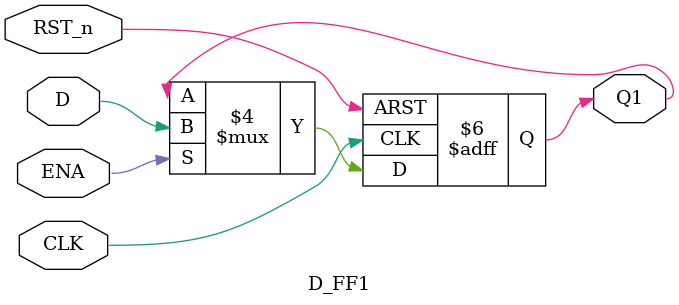
<source format=v>
`timescale 1ns / 1ns
module pcreg(
    input clk,  //1 Î»ÊäÈë£¬¼Ä´æÆ÷Ê±ÖÓÐÅºÅ£¬ÏÂ½µÑØÊ±Îª PC ¼Ä´æÆ÷¸³Öµ
    input rst,  //1 Î»ÊäÈë£¬Òì²½ÖØÖÃÐÅºÅ£¬¸ßµçÆ½Ê±½« PC ¼Ä´æÆ÷ÇåÁã
                //×¢£ºµ± ena ÐÅºÅÎÞÐ§Ê±£¬rst Ò²¿ÉÒÔÖØÖÃ¼Ä´æÆ÷
    input ena,  //1 Î»ÊäÈë,ÓÐÐ§ÐÅºÅ¸ßµçÆ½Ê± PC ¼Ä´æÆ÷¶ÁÈë data_inµÄÖµ£¬·ñÔò±£³ÖÔ­ÓÐÊä³ö
    input [31:0] data_in,       //32 Î»ÊäÈë£¬ÊäÈëÊý¾Ý½«±»´æÈë¼Ä´æÆ÷ÄÚ²¿
    output [31:0] data_out  //32 Î»Êä³ö£¬¹¤×÷Ê±Ê¼ÖÕÊä³ö PC¼Ä´æÆ÷ÄÚ²¿´æ´¢µÄÖµ
    );
    D_FF D0 (clk,data_in[0],ena,rst,data_out[0]);
    D_FF D1 (clk,data_in[1],ena,rst,data_out[1]);
    D_FF D2 (clk,data_in[2],ena,rst,data_out[2]);
    D_FF D3 (clk,data_in[3],ena,rst,data_out[3]);
    D_FF D4 (clk,data_in[4],ena,rst,data_out[4]);
    D_FF D5 (clk,data_in[5],ena,rst,data_out[5]);
    D_FF D6 (clk,data_in[6],ena,rst,data_out[6]);
    D_FF D7 (clk,data_in[7],ena,rst,data_out[7]);
    D_FF D8 (clk,data_in[8],ena,rst,data_out[8]);
    D_FF D9 (clk,data_in[9],ena,rst,data_out[9]);
    D_FF D10 (clk,data_in[10],ena,rst,data_out[10]);
    D_FF D11 (clk,data_in[11],ena,rst,data_out[11]);
    D_FF D12 (clk,data_in[12],ena,rst,data_out[12]);
    D_FF D13 (clk,data_in[13],ena,rst,data_out[13]);
    D_FF D14 (clk,data_in[14],ena,rst,data_out[14]);
    D_FF D15 (clk,data_in[15],ena,rst,data_out[15]);
    D_FF D16 (clk,data_in[16],ena,rst,data_out[16]);
    D_FF D17 (clk,data_in[17],ena,rst,data_out[17]);
    D_FF D18 (clk,data_in[18],ena,rst,data_out[18]);
    D_FF D19 (clk,data_in[19],ena,rst,data_out[19]);
    D_FF D20 (clk,data_in[20],ena,rst,data_out[20]);
    D_FF D21 (clk,data_in[21],ena,rst,data_out[21]);
    D_FF1 D22 (clk,data_in[22],ena,rst,data_out[22]);     //ÒÔ00400000Îª»ùµØÖ·
    //D_FF D22 (clk,data_in[22],ena,rst,data_out[22]);        //ÒÔ00000000Îª»ùµØÖ·
    D_FF D23 (clk,data_in[23],ena,rst,data_out[23]);
    D_FF D24 (clk,data_in[24],ena,rst,data_out[24]);
    D_FF D25 (clk,data_in[25],ena,rst,data_out[25]);
    D_FF D26 (clk,data_in[26],ena,rst,data_out[26]);
    D_FF D27 (clk,data_in[27],ena,rst,data_out[27]);
    D_FF D28 (clk,data_in[28],ena,rst,data_out[28]);
    D_FF D29 (clk,data_in[29],ena,rst,data_out[29]);
    D_FF D30 (clk,data_in[30],ena,rst,data_out[30]);
    D_FF D31 (clk,data_in[31],ena,rst,data_out[31]);   
endmodule
 
module D_FF1(
    input CLK,      //Ê±ÖÓÐÅºÅ£¬ÏÂ½µÑØÓÐÐ§
    input D,        //ÊäÈëÐÅºÅ D
    input ENA,
    input RST_n,    //¸´Î»ÐÅºÅ£¬¸ßµçÆ½ÓÐÐ§
    output reg Q1  //Êä³öÐÅºÅ Q
    );
    
    always @(posedge RST_n or posedge CLK)
    begin
      if(RST_n==1)
        Q1 <= 1;
      else
        begin
        if(ENA==1)
          Q1 <= D;
        end
    end
endmodule

</source>
